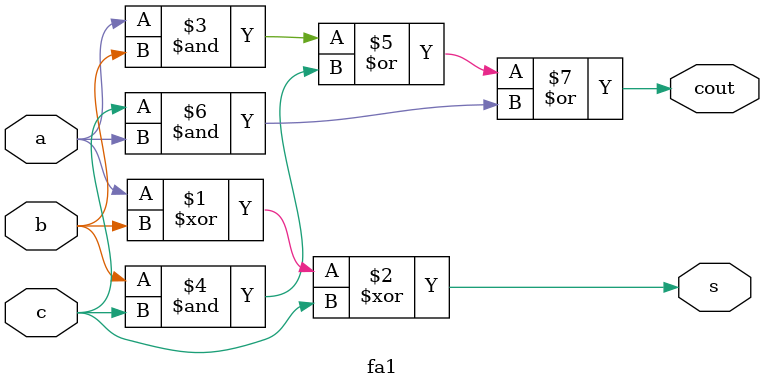
<source format=v>
module fa1(a,b,c,s,cout);
input a,b,c;
output s,cout;
assign s = (a^b)^c;
assign cout = (a&b) | (b&c) | (c&a);
endmodule

</source>
